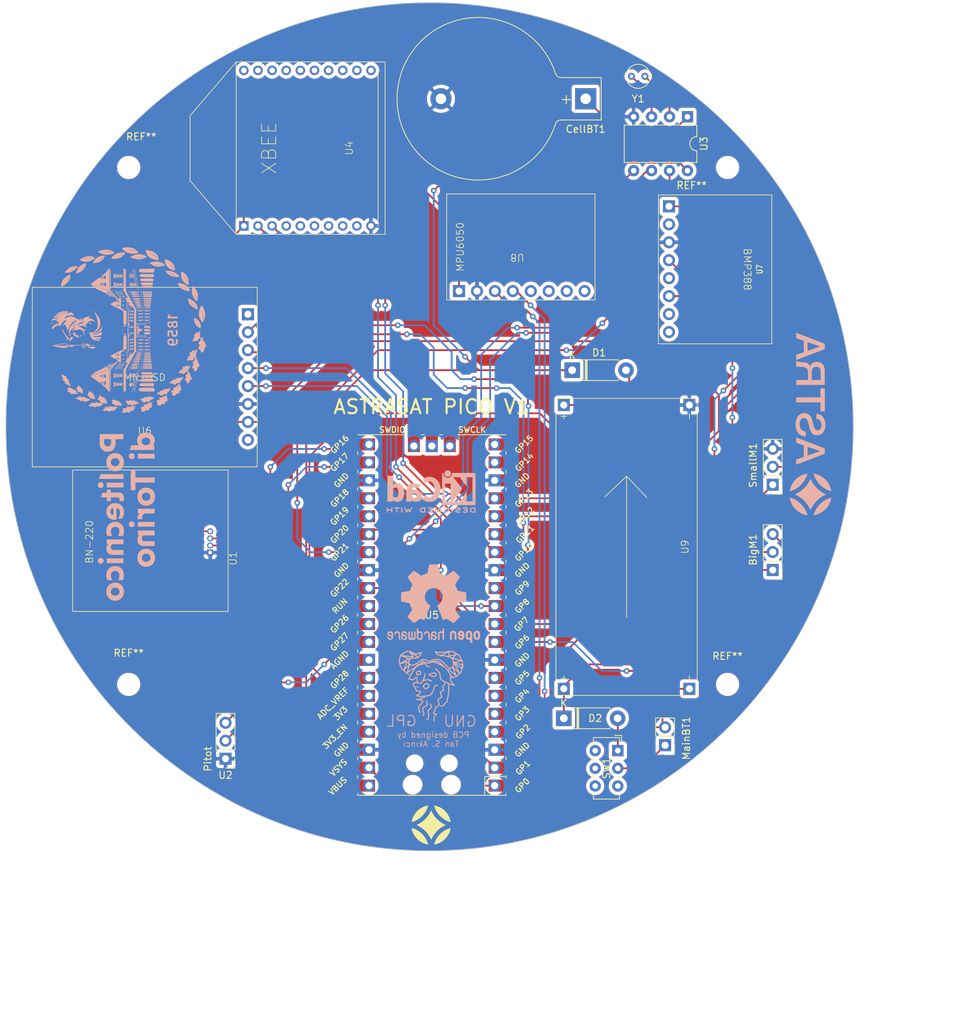
<source format=kicad_pcb>
(kicad_pcb (version 20221018) (generator pcbnew)
  (title_block (title "ASTRASAT PICO PCB") (date "2023-11-23") (rev "v1") (comment 3 "                                                                    License: CC BY-SA 4.0") (comment 4 "                                                                    Author: Tan Siret Akıncı"))
  (layers (0 "F.Cu" signal) (31 "B.Cu" signal) (34 "B.Paste" user) (35 "F.Paste" user) (36 "B.SilkS" user "B.Silkscreen") (37 "F.SilkS" user "F.Silkscreen") (38 "B.Mask" user) (39 "F.Mask" user) (44 "Edge.Cuts" user))
  (net 0 "")
  (net 1 "Net-(CellBT1-+)")
  (net 2 "Net-(U3-X1)")
  (net 3 "Net-(U3-X2)")
  (net 4 "/GPIO22")
  (net 5 "/GPIO20")
  (net 6 "/GPIO21")
  (net 7 "VSYS")
  (net 8 "/GPIO0")
  (net 9 "/GPIO1")
  (net 10 "GND1")
  (net 11 "/GPIO2")
  (net 12 "/GPIO3")
  (net 15 "/GPIO6")
  (net 16 "/GPIO7")
  (net 17 "/GPIO8")
  (net 18 "/GPIO9")
  (net 19 "/GPIO10")
  (net 20 "/GPIO11")
  (net 21 "/GPIO12")
  (net 22 "/GPIO13")
  (net 25 "/GPIO16")
  (net 26 "/GPIO17")
  (net 30 "/GPIO26")
  (net 35 "3V3")
  (net 41 "Net-(D1-A)")
  (net 42 "Net-(BigM1-+)")
  (net 43 "Net-(D2-A)")
  (net 44 "GND2")
  (net 45 "Net-(MainBT1-+)")
  (footprint "Connector_PinHeader_2.54mm:PinHeader_1x03_P2.54mm_Vertical" (layer "F.Cu") (at 122.925 141.315 180)
    (fp_text reference "U2")
    (fp_text value "~")
  )
  (footprint "CansatFootprints:Adafruit MicroSD Breakout" (layer "F.Cu") (at 111.495 87.34)
    (fp_text reference "U6")
    (fp_text value "~")
  )
  (footprint "CansatFootprints:BN-220" (layer "F.Cu") (at 123.295 110.65 90)
    (fp_text reference "U1")
    (fp_text value "~")
  )
  (footprint "Connector_PinHeader_2.54mm:PinHeader_1x02_P2.54mm_Vertical" (layer "F.Cu") (at 185.155 139.415 180)
    (fp_text reference "MainBT1")
    (fp_text value "Battery_Cell")
  )
  (footprint "Diode_THT:D_DO-41_SOD81_P7.62mm_Horizontal" (layer "F.Cu") (at 170.815 135.6)
    (fp_text reference "D2")
    (fp_text value "1N5817")
  )
  (footprint "MountingHole:MountingHole_3mm" (layer "F.Cu") (at 194 130.81)
    (fp_text reference "REF**")
    (fp_text value "MountingHole_3mm")
  )
  (footprint "CansatFootprints:LM2596 Voltage Regulator board" (layer "F.Cu") (at 179.705 111.36 90)
    (fp_text reference "U9")
    (fp_text value "~")
  )
  (footprint "MCU_RaspberryPi_and_Boards:RPi_Pico_SMD_TH" (layer "F.Cu") (at 152.135 120.995 180)
    (fp_text reference "U5")
    (fp_text value "Pico")
  )
  (footprint "CansatFootprints:ASTRALogo_User" (layer "F.Cu") (at 202.565 173.355)
    (fp_text reference "G***" hide)
    (fp_text value "LOGO" hide)
  )
  (footprint "Battery:BatteryHolder_Keystone_103_1x20mm" (layer "F.Cu") (at 173.91 47.970001 180)
    (fp_text reference "CellBT1")
    (fp_text value "Battery_Cell")
  )
  (footprint "Package_DIP:DIP-8_W7.62mm" (layer "F.Cu") (at 188.32 50.52 -90)
    (fp_text reference "U3")
    (fp_text value "DS1302+")
  )
  (footprint "Connector_PinHeader_2.54mm:PinHeader_1x03_P2.54mm_Vertical" (layer "F.Cu") (at 200.395 114.63 180)
    (fp_text reference "BigM1")
    (fp_text value "Motor_Servo")
  )
  (footprint "MountingHole:MountingHole_3mm" (layer "F.Cu") (at 109.22 57.69)
    (fp_text reference "REF**")
    (fp_text value "MountingHole_3mm")
  )
  (footprint "MountingHole:MountingHole_3mm" (layer "F.Cu") (at 194 57.69)
    (fp_text reference "REF**")
    (fp_text value "MountingHole_3mm")
  )
  (footprint "CansatFootprints:XBee S2C" (layer "F.Cu") (at 145.52 54.955 90)
    (fp_text reference "U4")
    (fp_text value "~")
  )
  (footprint "Crystal:Crystal_C38-LF_D3.0mm_L8.0mm_Vertical" (layer "F.Cu") (at 180.395 44.795)
    (fp_text reference "Y1")
    (fp_text value "Crystal")
  )
  (footprint "Connector_PinHeader_2.54mm:PinHeader_1x03_P2.54mm_Vertical" (layer "F.Cu") (at 200.395 102.565 180)
    (fp_text reference "SmallM1")
    (fp_text value "Motor_Servo")
  )
  (footprint "Button_Switch_THT:SW_E-Switch_EG1271_SPDT" (layer "F.Cu") (at 178.46 140.1775 -90)
    (fp_text reference "SW1")
    (fp_text value "SW_SPDT")
  )
  (footprint "CansatFootprints:ASTRAIcon" (layer "F.Cu") (at 152.036227 150.7)
    (fp_text reference "G***" hide)
    (fp_text value "LOGO" hide)
  )
  (footprint "CansatFootprints:Adafruit BMP388 Blue" (layer "F.Cu") (at 184.21 72.1 -90)
    (fp_text reference "U7")
    (fp_text value "~")
  )
  (footprint "CansatFootprints:MPU6050 Module" (layer "F.Cu") (at 175.235 68.925 90)
    (fp_text reference "U8")
    (fp_text value "~")
  )
  (footprint "Diode_THT:D_DO-41_SOD81_P7.62mm_Horizontal" (layer "F.Cu") (at 172.005 86.36)
    (fp_text reference "D1")
    (fp_text value "1N5817")
  )
  (footprint "MountingHole:MountingHole_3mm" (layer "F.Cu") (at 109.22 130.81)
    (fp_text reference "REF**")
    (fp_text value "MountingHole_3mm")
  )
  (footprint "Symbol:OSHW-Logo2_14.6x12mm_SilkScreen" (layer "B.Cu") (at 152.4 119.38 180)
    (fp_text reference "REF**" hide)
    (fp_text value "OSHW-Logo2_14.6x12mm_SilkScreen" hide)
  )
  (footprint "CansatFootprints:POLITOLogo" (layer "B.Cu") (at 109.22 93.98 -90)
    (fp_text reference "G***" hide)
    (fp_text value "LOGO" hide)
  )
  (footprint "CansatFootprints:ASTRALogo" (layer "B.Cu") (at 205.74 93.98 90)
    (fp_text reference "G***" hide)
    (fp_text value "LOGO" hide)
  )
  (footprint "Symbol:KiCad-Logo2_5mm_SilkScreen" (layer "B.Cu") (at 152.040617 103.505 180)
    (fp_text reference "REF**" hide)
    (fp_text value "KiCad-Logo2_5mm_SilkScreen" hide)
  )
  (footprint "Symbol:Symbol_GNU-Logo_SilkscreenTop" (layer "B.Cu") (at 151.78481 129.86893 180)
    (fp_text reference "REF**" hide)
    (fp_text value "Symbol_GNU-Logo_SilkscreenTop")
  )
  (gr_circle (center 151.815 94.36) (end 211.815 94.36) (stroke (width 0.1)) (fill none) (layer "Edge.Cuts"))
  (gr_text "PCB designed by \nTan S. Akıncı" (at 152.035 139.7) (layer "B.SilkS") (effects (font (size 0.8 0.8) (thickness 0.1)) (justify bottom mirror)))
  (gr_text "ASTRASAT PICO V1" (at 138.027856 92.71) (layer "F.SilkS") (effects (font (size 2 2) (thickness 0.3) bold) (justify left bottom)))
  (gr_text "Pitot" (at 121.02 143.22 90) (layer "F.SilkS") (effects (font (size 1 1)) (justify left bottom)))
  (segment (start 188.32 50.52) (end 186.425 52.415) (width 0.25) (layer "F.Cu") (net 1))
  (segment (start 178.354999 52.415) (end 173.91 47.970001) (width 0.25) (layer "F.Cu") (net 1))
  (segment (start 186.425 52.415) (end 178.354999 52.415) (width 0.25) (layer "F.Cu") (net 1))
  (segment (start 185.78 48.28) (end 182.295 44.795) (width 0.25) (layer "F.Cu") (net 2))
  (segment (start 185.78 50.52) (end 185.78 48.28) (width 0.25) (layer "F.Cu") (net 2))
  (segment (start 183.24 50.52) (end 183.24 47.64) (width 0.25) (layer "F.Cu") (net 3))
  (segment (start 183.24 47.64) (end 180.395 44.795) (width 0.25) (layer "F.Cu") (net 3))
  (segment (start 180.7 58.14) (end 176.265 62.575) (width 0.25) (layer "F.Cu") (net 4))
  (segment (start 164.835 80.355) (end 164.2 80.355) (width 0.25) (layer "F.Cu") (net 4))
  (segment (start 145.785 117.185) (end 143.245 117.185) (width 0.25) (layer "F.Cu") (net 4))
  (segment (start 147.055 115.915) (end 145.785 117.185) (width 0.25) (layer "F.Cu") (net 4))
  (segment (start 148.96 110.2) (end 147.055 112.105) (width 0.25) (layer "F.Cu") (net 4))
  (segment (start 147.055 112.105) (end 147.055 115.915) (width 0.25) (layer "F.Cu") (net 4))
  (segment (start 176.265 62.575) (end 176.265 63.21) (width 0.25) (layer "F.Cu") (net 4))
  (segment (start 176.265 75.91) (end 173.725 78.45) (width 0.25) (layer "F.Cu") (net 4))
  (segment (start 173.725 78.45) (end 171.82 80.355) (width 0.25) (layer "F.Cu") (net 4))
  (segment (start 171.82 80.355) (end 164.835 80.355) (width 0.25) (layer "F.Cu") (net 4))
  (segment (start 176.265 63.21) (end 176.265 75.91) (width 0.25) (layer "F.Cu") (net 4))
  (via (at 148.96 110.2) (size 0.8) (drill 0.4) (layers "F.Cu" "B.Cu") (net 4))
  (via (at 164.2 80.355) (size 0.8) (drill 0.4) (layers "F.Cu" "B.Cu") (net 4))
  (segment (start 148.96 110.2) (end 156.58 102.58) (width 0.25) (layer "B.Cu") (net 4))
  (segment (start 156.58 95.595) (end 159.12 93.055) (width 0.25) (layer "B.Cu") (net 4))
  (segment (start 162.93 80.355) (end 164.2 80.355) (width 0.25) (layer "B.Cu") (net 4))
  (segment (start 159.12 84.165) (end 162.93 80.355) (width 0.25) (layer "B.Cu") (net 4))
  (segment (start 159.12 93.055) (end 159.12 84.165) (width 0.25) (layer "B.Cu") (net 4))
  (segment (start 156.58 102.58) (end 156.58 95.595) (width 0.25) (layer "B.Cu") (net 4))
  (segment (start 177.535 75.91) (end 172.365 81.08) (width 0.25) (layer "F.Cu") (net 5))
  (segment (start 143.88 108.93) (end 143.245 109.565) (width 0.25) (layer "F.Cu") (net 5))
  (segment (start 165.4705 81.08) (end 165.47 81.0795) (width 0.25) (layer "F.Cu") (net 5))
  (segment (start 183.24 58.14) (end 182.605 58.14) (width 0.25) (layer "F.Cu") (net 5))
  (segment (start 177.535 63.21) (end 177.535 75.91) (width 0.25) (layer "F.Cu") (net 5))
  (segment (start 172.365 81.08) (end 165.4705 81.08) (width 0.25) (layer "F.Cu") (net 5))
  (segment (start 151.482598 108.93) (end 143.88 108.93) (width 0.25) (layer "F.Cu") (net 5))
  (segment (start 182.605 58.14) (end 177.535 63.21) (width 0.25) (layer "F.Cu") (net 5))
  (segment (start 152.6805 107.732098) (end 151.482598 108.93) (width 0.25) (layer "F.Cu") (net 5))
  (via (at 165.47 81.0795) (size 0.8) (drill 0.4) (layers "F.Cu" "B.Cu") (net 5))
  (via (at 152.6805 107.732098) (size 0.8) (drill 0.4) (layers "F.Cu" "B.Cu") (net 5))
  (segment (start 152.697902 107.732098) (end 157.215 103.215) (width 0.25) (layer "B.Cu") (net 5))
  (segment (start 160.39 93.055) (end 160.39 84.8) (width 0.25) (layer "B.Cu") (net 5))
  (segment (start 165.4695 81.08) (end 165.47 81.0795) (width 0.25) (layer "B.Cu") (net 5))
  (segment (start 157.215 96.23) (end 160.39 93.055) (width 0.25) (layer "B.Cu") (net 5))
  (segment (start 157.215 103.215) (end 157.215 96.23) (width 0.25) (layer "B.Cu") (net 5))
  (segment (start 152.6805 107.732098) (end 152.697902 107.732098) (width 0.25) (layer "B.Cu") (net 5))
  (segment (start 160.48 84.8) (end 164.2 81.08) (width 0.25) (layer "B.Cu") (net 5))
  (segment (start 160.39 84.8) (end 160.48 84.8) (width 0.25) (layer "B.Cu") (net 5))
  (segment (start 164.2 81.08) (end 165.4695 81.08) (width 0.25) (layer "B.Cu") (net 5))
  (segment (start 137.53 112.105) (end 143.245 112.105) (width 0.25) (layer "F.Cu") (net 6))
  (segment (start 178.805 77.18) (end 176.265 79.72) (width 0.25) (layer "F.Cu") (net 6))
  (segment (start 184.52 60.67) (end 181.345 60.67) (width 0.25) (layer "F.Cu") (net 6))
  (segment (start 178.805 63.21) (end 178.805 77.18) (width 0.25) (layer "F.Cu") (net 6))
  (segment (start 185.78 58.14) (end 185.78 59.41) (width 0.25) (layer "F.Cu") (net 6))
  (segment (start 181.345 60.67) (end 178.805 63.21) (width 0.25) (layer "F.Cu") (net 6))
  (segment (start 185.78 59.41) (end 184.52 60.67) (width 0.25) (layer "F.Cu") (net 6))
  (segment (start 144.515 83.53) (end 133.085 94.96) (width 0.25) (layer "F.Cu") (net 6))
  (segment (start 133.085 94.96) (end 133.085 103.215) (width 0.25) (layer "F.Cu") (net 6))
  (segment (start 171.185 83.53) (end 144.515 83.53) (width 0.25) (layer "F.Cu") (net 6))
  (segment (start 133.085 103.215) (end 133.085 105.12) (width 0.25) (layer "F.Cu") (net 6))
  (via (at 176.265 79.72) (size 0.8) (drill 0.4) (layers "F.Cu" "B.Cu") (net 6))
  (via (at 171.185 83.53) (size 0.8) (drill 0.4) (layers "F.Cu" "B.Cu") (net 6))
  (via (at 133.085 105.12) (size 0.8) (drill 0.4) (layers "F.Cu" "B.Cu") (net 6))
  (via (at 137.53 112.105) (size 0.8) (drill 0.4) (layers "F.Cu" "B.Cu") (net 6))
  (segment (start 134.99 112.105) (end 137.53 112.105) (width 0.25) (layer "B.Cu") (net 6))
  (segment (start 133.085 110.2) (end 134.99 112.105) (width 0.25) (layer "B.Cu") (net 6))
  (segment (start 133.085 105.12) (end 133.085 110.2) (width 0.25) (layer "B.Cu") (net 6))
  (segment (start 176.265 79.72) (end 173.09 82.895) (width 0.25) (layer "B.Cu") (net 6))
  (segment (start 172.455 83.53) (end 171.185 83.53) (width 0.25) (layer "B.Cu") (net 6))
  (segment (start 173.09 82.895) (end 172.455 83.53) (width 0.25) (layer "B.Cu") (net 6))
  (segment (start 113.665 116.84) (end 116.205 119.38) (width 0.25) (layer "F.Cu") (net 7))
  (segment (start 181.98 123.535) (end 173.725 123.535) (width 0.25) (layer "F.Cu") (net 7))
  (segment (start 134.355 122.9) (end 134.355 125.44) (width 0.25) (layer "F.Cu") (net 7))
  (segment (start 200.395 100.025) (end 206.095 100.025) (width 0.25) (layer "F.Cu") (net 7))
  (segment (start 208.015 105.755) (end 206.11 107.66) (width 0.25) (layer "F.Cu") (net 7))
  (segment (start 158.75 86.36) (end 142.955 86.36) (width 0.25) (layer "F.Cu") (net 7))
  (segment (start 134.355 94.96) (end 134.355 114.935) (width 0.25) (layer "F.Cu") (net 7))
  (segment (start 164.2 149.57) (end 150.23 149.57) (width 0.25) (layer "F.Cu") (net 7))
  (segment (start 197.855 107.66) (end 181.98 123.535) (width 0.25) (layer "F.Cu") (net 7))
  (segment (start 138.8 142.585) (end 143.245 142.585) (width 0.25) (layer "F.Cu") (net 7))
  (segment (start 134.355 125.44) (end 134.355 133.06) (width 0.25) (layer "F.Cu") (net 7))
  (segment (start 129.91 119.38) (end 134.355 114.935) (width 0.25) (layer "F.Cu") (net 7))
  (segment (start 172.005 86.36) (end 158.75 86.36) (width 0.25) (layer "F.Cu") (net 7))
  (segment (start 131.815 133.06) (end 134.355 135.6) (width 0.25) (layer "F.Cu") (net 7))
  (segment (start 187.195 57.015) (end 156.345 57.015) (width 0.25) (layer "F.Cu") (net 7))
  (segment (start 206.095 100.025) (end 208.015 101.945) (width 0.25) (layer "F.Cu") (net 7))
  (segment (start 208.015 101.945) (end 208.015 105.755) (width 0.25) (layer "F.Cu") (net 7))
  (segment (start 122.925 138.775) (end 128.64 133.06) (width 0.25) (layer "F.Cu") (net 7))
  (segment (start 113.665 111.76) (end 113.665 116.84) (width 0.25) (layer "F.Cu") (net 7))
  (segment (start 116.205 119.38) (end 129.91 119.38) (width 0.25) (layer "F.Cu") (net 7))
  (segment (start 120.755 109.158) (end 116.267 109.158) (width 0.25) (layer "F.Cu") (net 7))
  (segment (start 134.355 114.935) (end 134.355 122.9) (width 0.25) (layer "F.Cu") (net 7))
  (segment (start 156.845 84.455) (end 158.75 86.36) (width 0.25) (layer "F.Cu") (net 7))
  (segment (start 173.725 123.535) (end 168.91 128.35) (width 0.25) (layer "F.Cu") (net 7))
  (segment (start 168.91 128.35) (end 168.91 144.86) (width 0.25) (layer "F.Cu") (net 7))
  (segment (start 134.355 135.6) (end 134.355 138.14) (width 0.25) (layer "F.Cu") (net 7))
  (segment (start 188.32 58.14) (end 187.195 57.015) (width 0.25) (layer "F.Cu") (net 7))
  (segment (start 134.355 138.14) (end 138.8 142.585) (width 0.25) (layer "F.Cu") (net 7))
  (segment (start 134.355 133.06) (end 134.355 135.6) (width 0.25) (layer "F.Cu") (net 7))
  (segment (start 116.267 109.158) (end 113.665 111.76) (width 0.25) (layer "F.Cu") (net 7))
  (segment (start 128.64 133.06) (end 131.815 133.06) (width 0.25) (layer "F.Cu") (net 7))
  (segment (start 142.955 86.36) (end 134.355 94.96) (width 0.25) (layer "F.Cu") (net 7))
  (segment (start 150.23 149.57) (end 143.245 142.585) (width 0.25) (layer "F.Cu") (net 7))
  (segment (start 206.11 107.66) (end 197.855 107.66) (width 0.25) (layer "F.Cu") (net 7))
  (segment (start 168.91 144.86) (end 164.2 149.57) (width 0.25) (layer "F.Cu") (net 7))
  (segment (start 156.345 57.015) (end 152.4 60.96) (width 0.25) (layer "F.Cu") (net 7))
  (via (at 156.845 84.455) (size 0.8) (drill 0.4) (layers "F.Cu" "B.Cu") (net 7))
  (via (at 152.4 60.96) (size 0.8) (drill 0.4) (layers "F.Cu" "B.Cu") (net 7))
  (segment (start 152.4 60.96) (end 152.4 80.01) (width 0.25) (layer "B.Cu") (net 7))
  (segment (start 152.4 80.01) (end 156.845 84.455) (width 0.25) (layer "B.Cu") (net 7))
  (segment (start 154.675 117.82) (end 157.215 120.36) (width 0.25) (layer "F.Cu") (net 8))
  (segment (start 127.52 65.955) (end 131.125 69.56) (width 0.25) (layer "F.Cu") (net 8))
  (segment (start 139.435 69.56) (end 144.515 74.64) (width 0.25) (layer "F.Cu") (net 8))
  (segment (start 144.515 74.64) (end 144.515 77.18) (width 0.25) (layer "F.Cu") (net 8))
  (segment (start 157.215 143.22) (end 159.12 145.125) (width 0.25) (layer "F.Cu") (net 8))
  (segment (start 131.125 69.56) (end 139.435 69.56) (width 0.25) (layer "F.Cu") (net 8))
  (segment (start 157.215 120.36) (end 157.215 143.22) (width 0.25) (layer "F.Cu") (net 8))
  (segment (start 147.055 100.04) (end 154.675 107.66) (width 0.25) (layer "F.Cu") (net 8))
  (segment (start 154.675 107.66) (end 154.675 117.82) (width 0.25) (layer "F.Cu") (net 8))
  (segment (start 159.12 145.125) (end 161.025 145.125) (width 0.25) (layer "F.Cu") (net 8))
  (via (at 144.515 77.18) (size 0.8) (drill 0.4) (layers "F.Cu" "B.Cu") (net 8))
  (via (at 147.055 100.04) (size 0.8) (drill 0.4) (layers "F.Cu" "B.Cu") (net 8))
  (segment (start 144.515 77.18) (end 144.515 87.34) (width 0.25) (layer "B.Cu") (net 8))
  (segment (start 144.515 87.34) (end 147.055 89.88) (width 0.25) (layer "B.Cu") (net 8))
  (segment (start 147.055 89.88) (end 147.055 100.04) (width 0.25) (layer "B.Cu") (net 8))
  (segment (start 158.231 139.791) (end 158.231 118.836) (width 0.25) (layer "F.Cu") (net 9))
  (segment (start 145.531 77.18) (end 145.531 74.64) (width 0.25) (layer "F.Cu") (net 9))
  (segment (start 155.691 107.152) (end 153.659 105.12) (width 0.25) (layer "F.Cu") (net 9))
  (segment (start 132.109 68.544) (end 129.52 65.955) (width 0.25) (layer "F.Cu") (net 9))
  (segment (start 158.231 118.836) (end 155.691 116.296) (width 0.25) (layer "F.Cu") (net 9))
  (segment (start 145.531 74.64) (end 139.435 68.544) (width 0.25) (layer "F.Cu") (net 9))
  (segment (start 139.435 68.544) (end 132.109 68.544) (width 0.25) (layer "F.Cu") (net 9))
  (segment (start 155.691 116.296) (end 155.691 107.152) (width 0.25) (layer "F.Cu") (net 9))
  (segment (start 153.659 105.12) (end 148.071 99.532) (width 0.25) (layer "F.Cu") (net 9))
  (segment (start 161.025 142.585) (end 158.231 139.791) (width 0.25) (layer "F.Cu") (net 9))
  (via (at 148.071 99.532) (size 0.8) (drill 0.4) (layers "F.Cu" "B.Cu") (net 9))
  (via (at 145.531 77.18) (size 0.8) (drill 0.4) (layers "F.Cu" "B.Cu") (net 9))
  (segment (start 148.071 89.372) (end 145.531 86.832) (width 0.25) (layer "B.Cu") (net 9))
  (segment (start 145.531 86.832) (end 145.531 77.18) (width 0.25) (layer "B.Cu") (net 9))
  (segment (start 148.071 99.532) (end 148.071 89.372) (width 0.25) (layer "B.Cu") (net 9))
  (segment (start 180.7 50.52) (end 180.7 48.62) (width 0.25) (layer "F.Cu") (net 10))
  (segment (start 180.7 48.62) (end 173.7 41.62) (width 0.25) (layer "F.Cu") (net 10))
  (segment (start 173.7 41.62) (end 159.755 41.62) (width 0.25) (layer "F.Cu") (net 10))
  (segment (start 159.755 41.62) (end 159.755 41.635001) (width 0.25) (layer "F.Cu") (net 10))
  (segment (start 159.755 41.635001) (end 153.42 47.970001) (width 0.25) (layer "F.Cu") (net 10))
  (segment (start 166.105 77.18) (end 164.1 75.175) (width 0.25) (layer "F.Cu") (net 11))
  (segment (start 164.835 137.505) (end 168.0995 134.2405) (width 0.25) (layer "F.Cu") (net 11))
  (segment (start 161.025 137.505) (end 164.835 137.505) (width 0.25) (layer "F.Cu") (net 11))
  (segment (start 164.1 75.175) (end 163.605 75.175) (width 0.25) (layer "F.Cu") (net 11))
  (segment (start 168.0995 134.2405) (end 168.0995 131.79) (width 0.25) (layer "F.Cu") (net 11))
  (via (at 168.0995 131.79) (size 0.8) (drill 0.4) (layers "F.Cu" "B.Cu") (net 11))
  (via (at 166.105 77.18) (size 0.8) (drill 0.4) (layers "F.Cu" "B.Cu") (net 11))
  (segment (start 168.1 131.7895) (end 168.0995 131.79) (width 0.25) (layer "B.Cu") (net 11))
  (segment (start 166.105 77.18) (end 168.1 79.175) (width 0.25) (layer "B.Cu") (net 11))
  (segment (start 168.1 79.175) (end 168.1 131.7895) (width 0.25) (layer "B.Cu") (net 11))
  (segment (start 167.375 129.885) (end 167.375 132.425) (width 0.25) (layer "F.Cu") (net 12))
  (segment (start 166.4225 78.7675) (end 165.47 77.815) (width 0.25) (layer "F.Cu") (net 12))
  (segment (start 164.835 134.965) (end 161.025 134.965) (width 0.25) (layer "F.Cu") (net 12))
  (segment (start 165.47 77.815) (end 163.705 77.815) (width 0.25) (layer "F.Cu") (net 12))
  (segment (start 163.705 77.815) (end 161.065 75.175) (width 0.25) (layer "F.Cu") (net 12))
  (segment (start 167.375 132.425) (end 164.835 134.965) (width 0.25) (layer "F.Cu") (net 12))
  (via (at 167.375 129.885) (size 0.8) (drill 0.4) (layers "F.Cu" "B.Cu") (net 12))
  (via (at 166.4225 78.7675) (size 0.8) (drill 0.4) (layers "F.Cu" "B.Cu") (net 12))
  (segment (start 167.375 79.72) (end 166.4225 78.7675) (width 0.25) (layer "B.Cu") (net 12))
  (segment (start 167.375 129.885) (end 167.375 79.72) (width 0.25) (layer "B.Cu") (net 12))
  (segment (start 168.8486 124.805) (end 161.025 124.805) (width 0.25) (layer "F.Cu") (net 15))
  (segment (start 181.61 128.905) (end 179.705 128.905) (width 0.25) (layer "F.Cu") (net 15))
  (segment (start 200.395 114.63) (end 195.885 114.63) (width 0.25) (layer "F.Cu") (net 15))
  (segment (start 195.885 114.63) (end 181.61 128.905) (width 0.25) (layer "F.Cu") (net 15))
  (segment (start 168.8592 124.8156) (end 168.8486 124.805) (width 0.25) (layer "F.Cu") (net 15))
  (via (at 179.705 128.905) (size 0.8) (drill 0.4) (layers "F.Cu" "B.Cu") (net 15))
  (via (at 168.8592 124.8156) (size 0.8) (drill 0.4) (layers "F.Cu" "B.Cu") (net 15))
  (segment (start 172.085 124.8156) (end 176.1744 128.905) (width 0.25) (layer "B.Cu") (net 15))
  (segment (start 176.1744 128.905) (end 179.705 128.905) (width 0.25) (layer "B.Cu") (net 15))
  (segment (start 168.8592 124.8156) (end 172.085 124.8156) (width 0.25) (layer "B.Cu") (net 15))
  (segment (start 180.71 122.265) (end 161.025 122.265) (width 0.25) (layer "F.Cu") (net 16))
  (segment (start 200.395 102.565) (end 200.395 102.58) (width 0.25) (layer "F.Cu") (net 16))
  (segment (start 200.395 102.58) (end 180.71 122.265) (width 0.25) (layer "F.Cu") (net 16))
  (segment (start 147.495201 101.504799) (end 153.405 107.414598) (width 0.25) (layer "F.Cu") (net 17))
  (segment (start 153.405 107.414598) (end 153.405 114.645) (width 0.25) (layer "F.Cu") (net 17))
  (segment (start 159.12 119.725) (end 161.025 119.725) (width 0.25) (layer "F.Cu") (net 17))
  (segment (start 126.1 86.07) (end 128.64 86.07) (width 0.25) (layer "F.Cu") (net 17))
  (via (at 153.405 114.645) (size 0.8) (drill 0.4) (layers "F.Cu" "B.Cu") (net 17))
  (via (at 159.12 119.725) (size 0.8) (drill 0.4) (layers "F.Cu" "B.Cu") (net 17))
  (via (at 128.64 86.07) (size 0.8) (drill 0.4) (layers "F.Cu" "B.Cu") (net 17))
  (via (at 147.495201 101.504799) (size 0.8) (drill 0.4) (layers "F.Cu" "B.Cu") (net 17))
  (segment (start 128.64 86.07) (end 140.07 86.07) (width 0.25) (layer "B.Cu") (net 17))
  (segment (start 153.405 114.645) (end 153.405 118.455) (width 0.25) (layer "B.Cu") (net 17))
  (segment (start 140.07 86.07) (end 146.33 92.33) (width 0.25) (layer "B.Cu") (net 17))
  (segment (start 146.33 92.33) (end 146.33 100.339598) (width 0.25) (layer "B.Cu") (net 17))
  (segment (start 153.405 118.455) (end 154.675 119.725) (width 0.25) (layer "B.Cu") (net 17))
  (segment (start 154.675 119.725) (end 159.12 119.725) (width 0.25) (layer "B.Cu") (net 17))
  (segment (start 146.33 100.339598) (end 147.495201 101.504799) (width 0.25) (layer "B.Cu") (net 17))
  (segment (start 165.735 111.125) (end 165.735 116.205) (width 0.25) (layer "F.Cu") (net 18))
  (segment (start 163.83 118.11) (end 161.95 118.11) (width 0.25) (layer "F.Cu") (net 18))
  (segment (start 126.1 80.99) (end 127.08 80.01) (width 0.25) (layer "F.Cu") (net 18))
  (segment (start 158.115 87.63) (end 164.465 87.63) (width 0.25) (layer "F.Cu") (net 18))
  (segment (start 164.465 87.63) (end 165.735 88.9) (width 0.25) (layer "F.Cu") (net 18))
  (segment (start 161.95 118.11) (end 161.025 117.185) (width 0.25) (layer "F.Cu") (net 18))
  (segment (start 165.735 116.205) (end 163.83 118.11) (width 0.25) (layer "F.Cu") (net 18))
  (segment (start 165.735 91.3505) (end 165.8245 91.44) (width 0.25) (layer "F.Cu") (net 18))
  (segment (start 165.735 88.9) (end 165.735 91.3505) (width 0.25) (layer "F.Cu") (net 18))
  (segment (start 127.08 80.01) (end 147.32 80.01) (width 0.25) (layer "F.Cu") (net 18))
  (via (at 165.735 111.125) (size 0.8) (drill 0.4) (layers "F.Cu" "B.Cu") (net 18))
  (via (at 158.115 87.63) (size 0.8) (drill 0.4) (layers "F.Cu" "B.Cu") (net 18))
  (via (at 165.8245 91.44) (size 0.8) (drill 0.4) (layers "F.Cu" "B.Cu") (net 18))
  (via (at 147.32 80.01) (size 0.8) (drill 0.4) (layers "F.Cu" "B.Cu") (net 18))
  (segment (start 154.94 86.36) (end 156.21 87.63) (width 0.25) (layer "B.Cu") (net 18))
  (segment (start 156.21 87.63) (end 158.115 87.63) (width 0.25) (layer "B.Cu") (net 18))
  (segment (start 165.8245 111.0355) (end 165.735 111.125) (width 0.25) (layer "B.Cu") (net 18))
  (segment (start 154.94 83.82) (end 154.94 86.36) (width 0.25) (layer "B.Cu") (net 18))
  (segment (start 147.32 80.01) (end 151.13 80.01) (width 0.25) (layer "B.Cu") (net 18))
  (segment (start 151.13 80.01) (end 154.94 83.82) (width 0.25) (layer "B.Cu") (net 18))
  (segment (start 165.8245 91.44) (end 165.8245 111.0355) (width 0.25) (layer "B.Cu") (net 18))
  (segment (start 154.04 103.85) (end 155.31 103.85) (width 0.25) (layer "F.Cu") (net 19))
  (segment (start 155.31 103.85) (end 156.58 105.12) (width 0.25) (layer "F.Cu") (net 19))
  (segment (start 156.58 105.12) (end 156.58 107.66) (width 0.25) (layer "F.Cu") (net 19))
  (segment (start 156.58 107.66) (end 161.025 112.105) (width 0.25) (layer "F.Cu") (net 19))
  (segment (start 126.1 88.61) (end 128.64 88.61) (width 0.25) (layer "F.Cu") (net 19))
  (via (at 128.64 88.61) (size 0.8) (drill 0.4) (layers "F.Cu" "B.Cu") (net 19))
  (via (at 154.04 103.85) (size 0.8) (drill 0.4) (layers "F.Cu" "B.Cu") (net 19))
  (segment (start 148.325 103.85) (end 154.04 103.85) (width 0.25) (layer "B.Cu") (net 19))
  (segment (start 141.525 88.61) (end 145.785 92.87) (width 0.25) (layer "B.Cu") (net 19))
  (segment (start 145.785 101.31) (end 148.325 103.85) (width 0.25) (layer "B.Cu") (net 19))
  (segment (start 128.64 88.61) (end 141.525 88.61) (width 0.25) (layer "B.Cu") (net 19))
  (segment (start 145.785 92.87) (end 145.785 101.31) (width 0.25) (layer "B.Cu") (net 19))
  (segment (start 137.16 81.28) (end 134.62 83.82) (width 0.25) (layer "F.Cu") (net 20))
  (segment (start 134.62 83.82) (end 126.39 83.82) (width 0.25) (layer "F.Cu") (net 20))
  (segment (start 165.1 107.95) (end 165.1 109.855) (width 0.25) (layer "F.Cu") (net 20))
  (segment (start 162.39 110.93) (end 161.025 109.565) (width 0.25) (layer "F.Cu") (net 20))
  (segment (start 156.845 88.9) (end 161.29 88.9) (width 0.25) (layer "F.Cu") (net 20))
  (segment (start 126.39 83.82) (end 126.1 83.53) (width 0.25) (layer "F.Cu") (net 20))
  (segment (start 148.59 81.28) (end 137.16 81.28) (width 0.25) (layer "F.Cu") (net 20))
  (segment (start 164.025 110.93) (end 162.39 110.93) (width 0.25) (layer "F.Cu") (net 20))
  (segment (start 165.1 109.855) (end 164.025 110.93) (width 0.25) (layer "F.Cu") (net 20))
  (via (at 148.59 81.28) (size 0.8) (drill 0.4) (layers "F.Cu" "B.Cu") (net 20))
  (via (at 161.29 88.9) (size 0.8) (drill 0.4) (layers "F.Cu" "B.Cu") (net 20))
  (via (at 156.845 88.9) (size 0.8) (drill 0.4) (layers "F.Cu" "B.Cu") (net 20))
  (via (at 165.1 107.95) (size 0.8) (drill 0.4) (layers "F.Cu" "B.Cu") (net 20))
  (segment (start 150.495 81.28) (end 148.59 81.28) (width 0.25) (layer "B.Cu") (net 20))
  (segment (start 163.195 88.9) (end 165.02 90.725) (width 0.25) (layer "B.Cu") (net 20))
  (segment (start 165.02 90.725) (end 165.1 90.805) (width 0.25) (layer "B.Cu") (net 20))
  (segment (start 152.4 83.185) (end 150.495 81.28) (width 0.25) (layer "B.Cu") (net 20))
  (segment (start 154.305 88.9) (end 152.4 86.995) (width 0.25) (layer "B.Cu") (net 20))
  (segment (start 152.4 86.995) (end 152.4 83.185) (width 0.25) (layer "B.Cu") (net 20))
  (segment (start 165.1 90.805) (end 165.1 107.95) (width 0.25) (layer "B.Cu") (net 20))
  (segment (start 156.845 88.9) (end 154.305 88.9) (width 0.25) (layer "B.Cu") (net 20))
  (segment (start 161.29 88.9) (end 163.195 88.9) (width 0.25) (layer "B.Cu") (net 20))
  (segment (start 185.71 75.89) (end 187.675 75.89) (width 0.25) (layer "F.Cu") (net 21))
  (segment (start 188.965 107.025) (end 161.025 107.025) (width 0.25) (layer "F.Cu") (net 21))
  (segment (start 194.68 82.895) (end 194.68 86.07) (width 0.25) (layer "F.Cu") (net 21))
  (segment (start 194.68 101.31) (end 188.965 107.025) (width 0.25) (layer "F.Cu") (net 21))
  (segment (start 187.675 75.89) (end 194.68 82.895) (width 0.25) (layer "F.Cu") (net 21))
  (segment (start 194.68 93.055) (end 194.68 101.31) (width 0.25) (layer "F.Cu") (net 21))
  (via (at 194.68 86.07) (size 0.8) (drill 0.4) (layers "F.Cu" "B.Cu") (net 21))
  (via (at 194.68 93.055) (size 0.8) (drill 0.4) (layers "F.Cu" "B.Cu") (net 21))
  (segment (start 194.68 86.07) (end 194.68 93.055) (width 0.25) (layer "B.Cu") (net 21))
  (segment (start 192.14 101.31) (end 188.965 104.485) (width 0.25) (layer "F.Cu") (net 22))
  (segment (start 192.14 97.5) (end 192.14 101.31) (width 0.25) (layer "F.Cu") (net 22))
  (segment (start 197.22 85.435) (end 193.41 89.245) (width 0.25) (layer "F.Cu") (net 22))
  (segment (start 188.965 104.485) (end 161.025 104.485) (width 0.25) (layer "F.Cu") (net 22))
  (segment (start 197.22 84.8) (end 197.22 85.435) (width 0.25) (layer "F.Cu") (net 22))
  (segment (start 185.71 70.81) (end 197.22 82.32) (width 0.25) (layer "F.Cu") (net 22))
  (segment (start 197.22 82.32) (end 197.22 84.8) (width 0.25) (layer "F.Cu") (net 22))
  (via (at 193.41 89.245) (size 0.8) (drill 0.4) (layers "F.Cu" "B.Cu") (net 22))
  (via (at 192.14 97.5) (size 0.8) (drill 0.4) (layers "F.Cu" "B.Cu") (net 22))
  (segment (start 192.14 90.515) (end 192.14 97.5) (width 0.25) (layer "B.Cu") (net 22))
  (segment (start 193.41 89.245) (end 192.14 90.515) (width 0.25) (layer "B.Cu") (net 22))
  (segment (start 129.275 105.04) (end 124.157 110.158) (width 0.25) (layer "F.Cu") (net 25))
  (segment (start 129.275 105.04) (end 129.275 100.04) (width 0.25) (layer "F.Cu") (net 25))
  (segment (start 142.61 97.5) (end 143.245 96.865) (width 0.25) (layer "F.Cu") (net 25))
  (segment (start 120.755 110.158) (end 124.157 110.158) (width 0.25) (layer "F.Cu") (net 25))
  (segment (start 136.895 97.5) (end 142.61 97.5) (width 0.25) (layer "F.Cu") (net 25))
  (via (at 136.895 97.5) (size 0.8) (drill 0.4) (layers "F.Cu" "B.Cu") (net 25))
  (via (at 129.275 100.04) (size 0.8) (drill 0.4) (layers "F.Cu" "B.Cu") (net 25))
  (segment (start 131.815 97.5) (end 136.895 97.5) (width 0.25) (layer "B.Cu") (net 25))
  (segment (start 129.275 100.04) (end 131.815 97.5) (width 0.25) (layer "B.Cu") (net 25))
  (segment (start 120.755 111.158) (end 127.78604 111.158) (width 0.25) (layer "F.Cu") (net 26))
  (segment (start 131.815 107.12904) (end 127.78604 111.158) (width 0.25) (layer "F.Cu") (net 26))
  (segment (start 131.815 107.12904) (end 131.815 102.58) (width 0.25) (layer "F.Cu") (net 26))
  (segment (start 136.895 100.04) (end 142.61 100.04) (width 0.25) (layer "F.Cu") (net 26))
  (segment (start 142.61 100.04) (end 143.245 99.405) (width 0.25) (layer "F.Cu") (net 26))
  (via (at 136.895 100.04) (size 0.8) (drill 0.4) (layers "F.Cu" "B.Cu") (net 26))
  (via (at 131.815 102.58) (size 0.8) (drill 0.4) (layers "F.Cu" "B.Cu") (net 26))
  (segment (start 131.815 102.58) (end 134.355 100.04) (width 0.25) (layer "B.Cu") (net 26))
  (segment (start 134.355 100.04) (end 136.895 100.04) (width 0.25) (layer "B.Cu") (net 26))
  (segment (start 128.64 130.52) (end 131.815 130.52) (width 0.25) (layer "F.Cu") (net 30))
  (segment (start 139.435 125.44) (end 139.435 124.465) (width 0.25) (layer "F.Cu") (net 30))
  (segment (start 139.435 124.465) (end 141.635 122.265) (width 0.25) (layer "F.Cu") (net 30))
  (segment (start 141.635 122.265) (end 143.245 122.265) (width 0.25) (layer "F.Cu") (net 30))
  (segment (start 122.925 136.235) (end 128.64 130.52) (width 0.25) (layer "F.Cu") (net 30))
  (segment (start 136.895 127.98) (end 139.435 125.44) (width 0.25) (layer "F.Cu") (net 30))
  (via (at 131.815 130.52) (size 0.8) (drill 0.4) (layers "F.Cu" "B.Cu") (net 30))
  (via (at 136.895 127.98) (size 0.8) (drill 0.4) (layers "F.Cu" "B.Cu") (net 30))
  (segment (start 131.815 130.52) (end 134.355 130.52) (width 0.25) (layer "B.Cu") (net 30))
  (segment (start 134.355 130.52) (end 136.895 127.98) (width 0.25) (layer "B.Cu") (net 30))
  (segment (start 131.815 54.32) (end 125.52 60.615) (width 0.25) (layer "F.Cu") (net 35))
  (segment (start 180.075 82.26) (end 162.295 82.26) (width 0.25) (layer "F.Cu") (net 35))
  (segment (start 125.52 65.955) (end 119.115 72.36) (width 0.25) (layer "F.Cu") (net 35))
  (segment (start 128.005 93.69) (end 126.1 93.69) (width 0.25) (layer "F.Cu") (net 35))
  (segment (start 199.105 63.19) (end 202.935 67.02) (width 0.25) (layer "F.Cu") (net 35))
  (segment (start 143.245 134.965) (end 141.79 134.965) (width 0.25) (layer "F.Cu") (net 35))
  (segment (start 125.52 60.615) (end 125.52 65.955) (width 0.25) (layer "F.Cu") (net 35))
  (segment (start 187.695 84.8) (end 182.615 84.8) (width 0.25) (layer "F.Cu") (net 35))
  (segment (start 155.985 75.175) (end 155.985 75.95) (width 0.25) (layer "F.Cu") (net 35))
  (segment (start 134.805 98.564695) (end 140.900695 92.469) (width 0.25) (layer "F.Cu") (net 35))
  (segment (start 202.935 82.26) (end 192.775 92.42) (width 0.25) (layer "F.Cu") (net 35))
  (segment (start 134.805 127.98) (end 134.805 98.564695) (width 0.25) (layer "F.Cu") (net 35))
  (segment (start 155.985 75.175) (end 155.985 65.79) (width 0.25) (layer "F.Cu") (net 35))
  (segment (start 119.115 89.88) (end 122.925 93.69) (width 0.25) (layer "F.Cu") (net 35))
  (segment (start 122.925 93.69) (end 126.1 93.69) (width 0.25) (layer "F.Cu") (net 35))
  (segment (start 182.615 84.8) (end 180.075 82.26) (width 0.25) (layer "F.Cu") (net 35))
  (segment (start 192.775 89.88) (end 187.695 84.8) (width 0.25) (layer "F.Cu") (net 35))
  (segment (start 185.71 63.19) (end 199.105 63.19) (width 0.25) (layer "F.Cu") (net 35))
  (segment (start 140.900695 92.469) (end 167.424 92.469) (width 0.25) (layer "F.Cu") (net 35))
  (segment (start 141.79 134.965) (end 134.805 127.98) (width 0.25) (layer "F.Cu") (net 35))
  (segment (start 139.435 82.26) (end 128.005 93.69) (width 0.25) (layer "F.Cu") (net 35))
  (segment (start 155.985 65.79) (end 144.515 54.32) (width 0.25) (layer "F.Cu") (net 35))
  (segment (start 119.115 72.36) (end 119.115 89.88) (width 0.25) (layer "F.Cu") (net 35))
  (segment (start 190.235 97.5) (end 192.775 94.96) (width 0.25) (layer "F.Cu") (net 35))
  (segment (start 144.515 54.32) (end 131.815 54.32) (width 0.25) (layer "F.Cu") (net 35))
  (segment (start 172.455 97.5) (end 190.235 97.5) (width 0.25) (layer "F.Cu") (net 35))
  (segment (start 192.775 92.42) (end 192.775 89.88) (width 0.25) (layer "F.Cu") (net 35))
  (segment (start 192.775 94.96) (end 192.775 92.42) (width 0.25) (layer "F.Cu") (net 35))
  (segment (start 202.935 67.02) (end 202.935 82.26) (width 0.25) (layer "F.Cu") (net 35))
  (segment (start 167.424 92.469) (end 172.455 97.5) (width 0.25) (layer "F.Cu") (net 35))
  (segment (start 162.295 82.26) (end 139.435 82.26) (width 0.25) (layer "F.Cu") (net 35))
  (segment (start 177.551 91.294) (end 178.965 89.88) (width 0.25) (layer "F.Cu") (net 41))
  (segment (start 180.075 86.81) (end 179.625 86.36) (width 0.25) (layer "F.Cu") (net 41))
  (segment (start 178.965 89.88) (end 180.075 89.88) (width 0.25) (layer "F.Cu") (net 41))
  (segment (start 180.075 89.88) (end 180.075 86.81) (width 0.25) (layer "F.Cu") (net 41))
  (segment (start 170.815 91.294) (end 177.551 91.294) (width 0.25) (layer "F.Cu") (net 41))
  (segment (start 181.425 127.98) (end 173.885 127.98) (width 0.25) (layer "F.Cu") (net 42))
  (segment (start 170.815 135.6) (end 170.815 131.426) (width 0.25) (layer "F.Cu") (net 42))
  (segment (start 197.315 112.09) (end 181.425 127.98) (width 0.25) (layer "F.Cu") (net 42))
  (segment (start 200.395 112.09) (end 197.315 112.09) (width 0.25) (layer "F.Cu") (net 42))
  (segment (start 173.885 127.98) (end 170.815 131.05) (width 0.25) (layer "F.Cu") (net 42))
  (segment (start 170.815 131.05) (end 170.815 131.426) (width 0.25) (layer "F.Cu") (net 42))
  (segment (start 178.46 140.1775) (end 178.46 135.625) (width 0.25) (layer "F.Cu") (net 43))
  (segment (start 178.46 135.625) (end 178.435 135.6) (width 0.25) (layer "F.Cu") (net 43))
  (segment (start 203.2 116.84) (end 203.2 112.355) (width 0.25) (layer "F.Cu") (net 44))
  (segment (start 198.12 121.92) (end 203.2 116.84) (width 0.25) (layer "F.Cu") (net 44))
  (segment (start 190.5 121.92) (end 198.12 121.92) (width 0.25) (layer "F.Cu") (net 44))
  (segment (start 203.2 112.355) (end 200.395 109.55) (width 0.25) (layer "F.Cu") (net 44))
  (segment (start 180.34 132.08) (end 190.5 121.92) (width 0.25) (layer "F.Cu") (net 44))
  (segment (start 184.785 136.505) (end 184.785 133.35) (width 0.25) (layer "F.Cu") (net 44))
  (segment (start 180.34 134.62) (end 180.34 132.08) (width 0.25) (layer "F.Cu") (net 44))
  (segment (start 184.785 133.35) (end 186.709 131.426) (width 0.25) (layer "F.Cu") (net 44))
  (segment (start 186.709 131.426) (end 188.595 131.426) (width 0.25) (layer "F.Cu") (net 44))
  (segment (start 185.155 136.875) (end 182.595 136.875) (width 0.25) (layer "F.Cu") (net 44))
  (segment (start 185.155 136.875) (end 184.87 137.16) (width 0.25) (layer "F.Cu") (net 44))
  (segment (start 185.155 136.875) (end 184.785 136.505) (width 0.25) (layer "F.Cu") (net 44))
  (segment (start 182.595 136.875) (end 180.34 134.62) (width 0.25) (layer "F.Cu") (net 44))
  (segment (start 181.8925 142.6775) (end 185.155 139.415) (width 0.25) (layer "F.Cu") (net 45))
  (segment (start 181.8925 142.6775) (end 178.46 142.6775) (width 0.25) (layer "F.Cu") (net 45))
  (zone (net 10) (net_name "GND1") (layer "F.Cu") (connect_pads (clearance 0.5)) (min_thickness 0.25) (fill yes (thermal_gap 0.5) (thermal_bridge_width 0.5))
    (polygon (pts (xy 91 155) (xy 91 34) (xy 213 34) (xy 213 155)))
  )
  (zone (net 10) (net_name "GND1") (layer "B.Cu") (priority 1) (connect_pads (clearance 0.5)) (min_thickness 0.25) (fill yes (thermal_gap 0.5) (thermal_bridge_width 0.5))
    (polygon (pts (xy 91 34) (xy 91 155) (xy 213 155) (xy 213 34)))
  )
)
</source>
